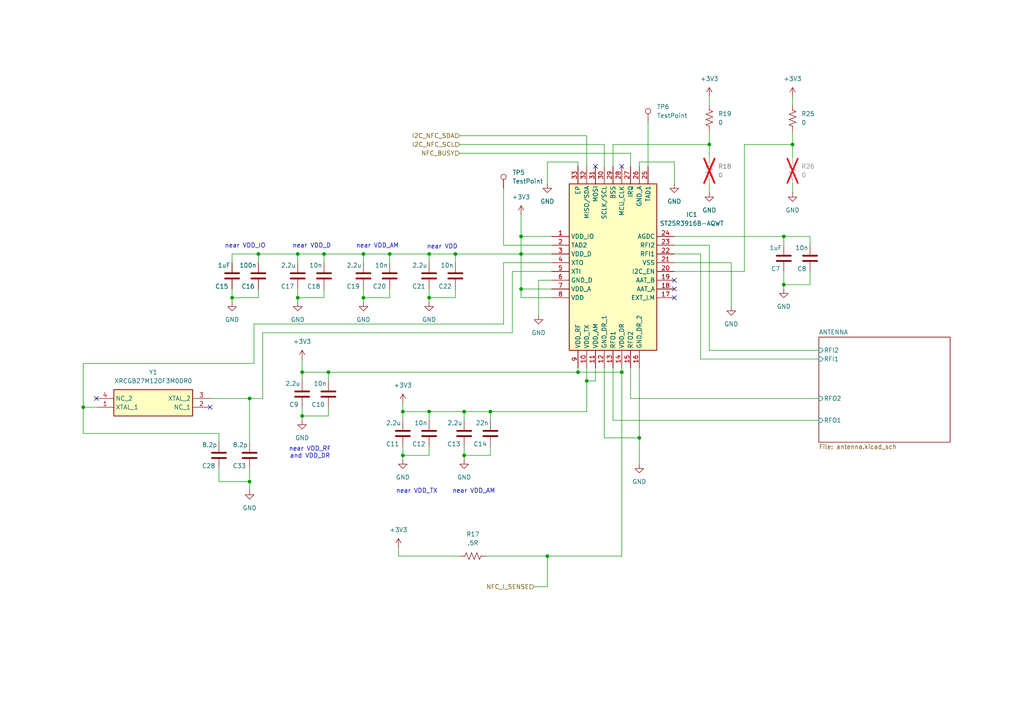
<source format=kicad_sch>
(kicad_sch (version 20231120) (generator "eeschema") (generator_version "8.0")
  (paper "A4")
  (lib_symbols
    (symbol "Connector:TestPoint" (pin_numbers hide) (pin_names (offset 0.762) hide)
      (property "Reference" "TP" (at 0 6.858 0))
      (property "Value" "TestPoint" (at 0 5.08 0))
      (symbol "TestPoint_0_1"
        (circle (center 0 3.302) (radius 0.762))
      )
      (symbol "TestPoint_1_1"
        (pin passive line (at 0 0 90) (length 2.54) (name "1") (number "1"))
      )
    )
    (symbol "Device:C" (pin_numbers hide) (pin_names (offset 0.254))
      (property "Reference" "C" (at 0.635 2.54 0))
      (property "Value" "C" (at 0.635 -2.54 0))
      (symbol "C_0_1"
        (polyline (pts (xy -2.032 -0.762) (xy 2.032 -0.762)) (stroke (width 0.508)))
        (polyline (pts (xy -2.032 0.762) (xy 2.032 0.762)) (stroke (width 0.508)))
      )
      (symbol "C_1_1"
        (pin passive line (at 0 3.81 270) (length 2.794) (name "~") (number "1"))
        (pin passive line (at 0 -3.81 90) (length 2.794) (name "~") (number "2"))
      )
    )
    (symbol "Device:R_US" (pin_numbers hide) (pin_names (offset 0))
      (property "Reference" "R" (at 2.54 0 90))
      (property "Value" "R_US" (at -2.54 0 90))
      (symbol "R_US_0_1"
        (polyline (pts (xy 0 -2.286) (xy 0 -2.54)))
        (polyline (pts (xy 0 2.286) (xy 0 2.54)))
        (polyline (pts (xy 0 -0.762) (xy 1.016 -1.143) (xy 0 -1.524) (xy -1.016 -1.905) (xy 0 -2.286)))
        (polyline (pts (xy 0 0.762) (xy 1.016 0.381) (xy 0 0) (xy -1.016 -0.381) (xy 0 -0.762)))
        (polyline (pts (xy 0 2.286) (xy 1.016 1.905) (xy 0 1.524) (xy -1.016 1.143) (xy 0 0.762)))
      )
      (symbol "R_US_1_1"
        (pin passive line (at 0 3.81 270) (length 1.27) (name "~") (number "1"))
        (pin passive line (at 0 -3.81 90) (length 1.27) (name "~") (number "2"))
      )
    )
    (symbol "SamacSys_Parts:ST25R3916B-AQWT"
      (property "Reference" "IC" (at 31.75 20.32 0))
      (property "Value" "ST25R3916B-AQWT" (at 31.75 17.78 0))
      (symbol "ST25R3916B-AQWT_1_1"
        (rectangle (start 5.08 15.24) (end 30.48 -33.02) (stroke (width 0.254)) (fill (type background)))
        (pin passive line (at 0 0 0) (length 5.08) (name "VDD_IO") (number "1"))
        (pin passive line (at 10.16 -38.1 90) (length 5.08) (name "VDD_TX") (number "10"))
        (pin passive line (at 12.7 -38.1 90) (length 5.08) (name "VDD_AM") (number "11"))
        (pin passive line (at 15.24 -38.1 90) (length 5.08) (name "GND_DR_1") (number "12"))
        (pin passive line (at 17.78 -38.1 90) (length 5.08) (name "RFO1") (number "13"))
        (pin passive line (at 20.32 -38.1 90) (length 5.08) (name "VDD_DR") (number "14"))
        (pin passive line (at 22.86 -38.1 90) (length 5.08) (name "RFO2") (number "15"))
        (pin passive line (at 25.4 -38.1 90) (length 5.08) (name "GND_DR_2") (number "16"))
        (pin passive line (at 35.56 -17.78 180) (length 5.08) (name "EXT_LM") (number "17"))
        (pin passive line (at 35.56 -15.24 180) (length 5.08) (name "AAT_A") (number "18"))
        (pin passive line (at 35.56 -12.7 180) (length 5.08) (name "AAT_B") (number "19"))
        (pin passive line (at 0 -2.54 0) (length 5.08) (name "TAD2") (number "2"))
        (pin passive line (at 35.56 -10.16 180) (length 5.08) (name "I2C_EN") (number "20"))
        (pin passive line (at 35.56 -7.62 180) (length 5.08) (name "VSS") (number "21"))
        (pin passive line (at 35.56 -5.08 180) (length 5.08) (name "RFI1") (number "22"))
        (pin passive line (at 35.56 -2.54 180) (length 5.08) (name "RFI2") (number "23"))
        (pin passive line (at 35.56 0 180) (length 5.08) (name "AGDC") (number "24"))
        (pin passive line (at 27.94 20.32 270) (length 5.08) (name "TAD1") (number "25"))
        (pin passive line (at 25.4 20.32 270) (length 5.08) (name "GND_A") (number "26"))
        (pin passive line (at 22.86 20.32 270) (length 5.08) (name "IRQ") (number "27"))
        (pin passive line (at 20.32 20.32 270) (length 5.08) (name "MCU_CLK") (number "28"))
        (pin passive line (at 17.78 20.32 270) (length 5.08) (name "BSS") (number "29"))
        (pin passive line (at 0 -5.08 0) (length 5.08) (name "VDD_D") (number "3"))
        (pin passive line (at 15.24 20.32 270) (length 5.08) (name "SCLK/SCL") (number "30"))
        (pin passive line (at 12.7 20.32 270) (length 5.08) (name "MOSI") (number "31"))
        (pin passive line (at 10.16 20.32 270) (length 5.08) (name "MISO/SDA") (number "32"))
        (pin passive line (at 7.62 20.32 270) (length 5.08) (name "EP") (number "33"))
        (pin passive line (at 0 -7.62 0) (length 5.08) (name "XTO") (number "4"))
        (pin passive line (at 0 -10.16 0) (length 5.08) (name "XTI") (number "5"))
        (pin passive line (at 0 -12.7 0) (length 5.08) (name "GND_D") (number "6"))
        (pin passive line (at 0 -15.24 0) (length 5.08) (name "VDD_A") (number "7"))
        (pin passive line (at 0 -17.78 0) (length 5.08) (name "VDD") (number "8"))
        (pin passive line (at 7.62 -38.1 90) (length 5.08) (name "VDD_RF") (number "9"))
      )
    )
    (symbol "SamacSys_Parts:XRCGB27M120F3M00R0"
      (property "Reference" "Y" (at 29.21 7.62 0))
      (property "Value" "XRCGB27M120F3M00R0" (at 29.21 5.08 0))
      (symbol "XRCGB27M120F3M00R0_1_1"
        (rectangle (start 5.08 2.54) (end 27.94 -5.08) (stroke (width 0.254)) (fill (type background)))
        (pin passive line (at 0 -2.54 0) (length 5.08) (name "XTAL_1") (number "1"))
        (pin passive line (at 33.02 -2.54 180) (length 5.08) (name "NC_1") (number "2"))
        (pin passive line (at 33.02 0 180) (length 5.08) (name "XTAL_2") (number "3"))
        (pin passive line (at 0 0 0) (length 5.08) (name "NC_2") (number "4"))
      )
    )
    (symbol "power:+3V3" (power) (pin_numbers hide) (pin_names (offset 0) hide)
      (property "Value" "+3V3" (at 0 3.556 0))
      (symbol "+3V3_0_1"
        (polyline (pts (xy -0.762 1.27) (xy 0 2.54)))
        (polyline (pts (xy 0 0) (xy 0 2.54)))
        (polyline (pts (xy 0 2.54) (xy 0.762 1.27)))
      )
      (symbol "+3V3_1_1"
        (pin power_in line (at 0 0 90) (length 0) (name "~") (number "1"))
      )
    )
    (symbol "power:GND" (power) (pin_numbers hide) (pin_names (offset 0) hide)
      (property "Value" "GND" (at 0 -3.81 0))
      (symbol "GND_0_1"
        (polyline (pts (xy 0 0) (xy 0 -1.27) (xy 1.27 -1.27) (xy 0 -2.54) (xy -1.27 -1.27) (xy 0 -1.27)))
      )
      (symbol "GND_1_1"
        (pin power_in line (at 0 0 270) (length 0) (name "~") (number "1"))
      )
    )
  )
  (junction (at 105.41 73.66))
  (junction (at 142.24 119.38))
  (junction (at 151.13 83.82))
  (junction (at 116.84 132.08))
  (junction (at 86.36 73.66))
  (junction (at 180.34 107.95))
  (junction (at 24.13 118.11))
  (junction (at 227.33 68.58))
  (junction (at 95.25 107.95))
  (junction (at 87.63 107.95))
  (junction (at 205.74 41.91))
  (junction (at 87.63 120.65))
  (junction (at 227.33 82.55))
  (junction (at 93.98 73.66))
  (junction (at 72.39 115.57))
  (junction (at 67.31 86.36))
  (junction (at 229.87 41.91))
  (junction (at 124.46 86.36))
  (junction (at 72.39 139.7))
  (junction (at 124.46 73.66))
  (junction (at 158.75 161.29))
  (junction (at 151.13 68.58))
  (junction (at 105.41 86.36))
  (junction (at 134.62 119.38))
  (junction (at 74.93 73.66))
  (junction (at 113.03 73.66))
  (junction (at 134.62 132.08))
  (junction (at 132.08 73.66))
  (junction (at 167.64 107.95))
  (junction (at 86.36 86.36))
  (junction (at 116.84 119.38))
  (junction (at 124.46 119.38))
  (junction (at 170.18 110.49))
  (junction (at 151.13 73.66))
  (junction (at 185.42 127))
  (no_connect (at 195.58 86.36))
  (no_connect (at 27.94 115.57))
  (no_connect (at 180.34 48.26))
  (no_connect (at 195.58 83.82))
  (no_connect (at 60.96 118.11))
  (no_connect (at 195.58 81.28))
  (no_connect (at 172.72 48.26))
  (wire (pts (xy 215.9 41.91) (xy 215.9 78.74)))
  (wire (pts (xy 124.46 121.92) (xy 124.46 119.38)))
  (wire (pts (xy 124.46 119.38) (xy 134.62 119.38)))
  (wire (pts (xy 116.84 129.54) (xy 116.84 132.08)))
  (wire (pts (xy 177.8 48.26) (xy 177.8 41.91)))
  (wire (pts (xy 234.95 78.74) (xy 234.95 82.55)))
  (wire (pts (xy 116.84 132.08) (xy 116.84 133.35)))
  (wire (pts (xy 95.25 118.11) (xy 95.25 120.65)))
  (wire (pts (xy 63.5 128.27) (xy 63.5 125.73)))
  (wire (pts (xy 87.63 107.95) (xy 87.63 110.49)))
  (wire (pts (xy 170.18 110.49) (xy 170.18 106.68)))
  (wire (pts (xy 205.74 53.34) (xy 205.74 55.88)))
  (wire (pts (xy 86.36 83.82) (xy 86.36 86.36)))
  (wire (pts (xy 205.74 101.6) (xy 237.49 101.6)))
  (wire (pts (xy 87.63 104.14) (xy 87.63 107.95)))
  (wire (pts (xy 170.18 39.37) (xy 170.18 48.26)))
  (wire (pts (xy 146.05 71.12) (xy 160.02 71.12)))
  (wire (pts (xy 86.36 73.66) (xy 86.36 76.2)))
  (wire (pts (xy 160.02 81.28) (xy 156.21 81.28)))
  (wire (pts (xy 175.26 41.91) (xy 175.26 48.26)))
  (wire (pts (xy 93.98 73.66) (xy 105.41 73.66)))
  (wire (pts (xy 87.63 120.65) (xy 95.25 120.65)))
  (wire (pts (xy 124.46 86.36) (xy 124.46 87.63)))
  (wire (pts (xy 205.74 41.91) (xy 205.74 45.72)))
  (wire (pts (xy 180.34 107.95) (xy 180.34 161.29)))
  (wire (pts (xy 133.35 41.91) (xy 175.26 41.91)))
  (wire (pts (xy 203.2 73.66) (xy 203.2 104.14)))
  (wire (pts (xy 132.08 73.66) (xy 132.08 76.2)))
  (wire (pts (xy 134.62 132.08) (xy 134.62 133.35)))
  (wire (pts (xy 172.72 106.68) (xy 172.72 110.49)))
  (wire (pts (xy 124.46 86.36) (xy 132.08 86.36)))
  (wire (pts (xy 86.36 86.36) (xy 86.36 87.63)))
  (wire (pts (xy 63.5 139.7) (xy 72.39 139.7)))
  (wire (pts (xy 185.42 106.68) (xy 185.42 127)))
  (wire (pts (xy 151.13 83.82) (xy 160.02 83.82)))
  (wire (pts (xy 151.13 73.66) (xy 151.13 68.58)))
  (wire (pts (xy 134.62 132.08) (xy 142.24 132.08)))
  (wire (pts (xy 93.98 76.2) (xy 93.98 73.66)))
  (wire (pts (xy 67.31 83.82) (xy 67.31 86.36)))
  (wire (pts (xy 167.64 107.95) (xy 180.34 107.95)))
  (wire (pts (xy 205.74 38.1) (xy 205.74 41.91)))
  (wire (pts (xy 227.33 82.55) (xy 227.33 83.82)))
  (wire (pts (xy 180.34 106.68) (xy 180.34 107.95)))
  (wire (pts (xy 146.05 93.98) (xy 73.66 93.98)))
  (wire (pts (xy 154.94 170.18) (xy 158.75 170.18)))
  (wire (pts (xy 151.13 73.66) (xy 151.13 83.82)))
  (wire (pts (xy 156.21 81.28) (xy 156.21 91.44)))
  (wire (pts (xy 105.41 86.36) (xy 113.03 86.36)))
  (wire (pts (xy 72.39 139.7) (xy 72.39 135.89)))
  (wire (pts (xy 142.24 119.38) (xy 170.18 119.38)))
  (wire (pts (xy 87.63 107.95) (xy 95.25 107.95)))
  (wire (pts (xy 63.5 135.89) (xy 63.5 139.7)))
  (wire (pts (xy 134.62 119.38) (xy 142.24 119.38)))
  (wire (pts (xy 158.75 46.99) (xy 158.75 53.34)))
  (wire (pts (xy 148.59 78.74) (xy 160.02 78.74)))
  (wire (pts (xy 133.35 44.45) (xy 182.88 44.45)))
  (wire (pts (xy 167.64 106.68) (xy 167.64 107.95)))
  (wire (pts (xy 113.03 76.2) (xy 113.03 73.66)))
  (wire (pts (xy 67.31 86.36) (xy 74.93 86.36)))
  (wire (pts (xy 215.9 78.74) (xy 195.58 78.74)))
  (wire (pts (xy 72.39 115.57) (xy 72.39 128.27)))
  (wire (pts (xy 76.2 115.57) (xy 76.2 96.52)))
  (wire (pts (xy 160.02 73.66) (xy 151.13 73.66)))
  (wire (pts (xy 134.62 119.38) (xy 134.62 121.92)))
  (wire (pts (xy 140.97 161.29) (xy 158.75 161.29)))
  (wire (pts (xy 105.41 73.66) (xy 113.03 73.66)))
  (wire (pts (xy 167.64 48.26) (xy 167.64 46.99)))
  (wire (pts (xy 132.08 73.66) (xy 151.13 73.66)))
  (wire (pts (xy 87.63 118.11) (xy 87.63 120.65)))
  (wire (pts (xy 170.18 110.49) (xy 172.72 110.49)))
  (wire (pts (xy 105.41 86.36) (xy 105.41 87.63)))
  (wire (pts (xy 67.31 73.66) (xy 67.31 76.2)))
  (wire (pts (xy 227.33 68.58) (xy 234.95 68.58)))
  (wire (pts (xy 67.31 73.66) (xy 74.93 73.66)))
  (wire (pts (xy 134.62 129.54) (xy 134.62 132.08)))
  (wire (pts (xy 229.87 41.91) (xy 229.87 45.72)))
  (wire (pts (xy 205.74 71.12) (xy 205.74 101.6)))
  (wire (pts (xy 105.41 73.66) (xy 105.41 76.2)))
  (wire (pts (xy 132.08 83.82) (xy 132.08 86.36)))
  (wire (pts (xy 227.33 68.58) (xy 227.33 71.12)))
  (wire (pts (xy 185.42 127) (xy 185.42 134.62)))
  (wire (pts (xy 182.88 106.68) (xy 182.88 115.57)))
  (wire (pts (xy 234.95 71.12) (xy 234.95 68.58)))
  (wire (pts (xy 73.66 105.41) (xy 24.13 105.41)))
  (wire (pts (xy 148.59 96.52) (xy 148.59 78.74)))
  (wire (pts (xy 105.41 83.82) (xy 105.41 86.36)))
  (wire (pts (xy 175.26 106.68) (xy 175.26 127)))
  (wire (pts (xy 229.87 27.94) (xy 229.87 30.48)))
  (wire (pts (xy 67.31 86.36) (xy 67.31 87.63)))
  (wire (pts (xy 124.46 129.54) (xy 124.46 132.08)))
  (wire (pts (xy 195.58 46.99) (xy 195.58 53.34)))
  (wire (pts (xy 133.35 39.37) (xy 170.18 39.37)))
  (wire (pts (xy 182.88 115.57) (xy 237.49 115.57)))
  (wire (pts (xy 195.58 73.66) (xy 203.2 73.66)))
  (wire (pts (xy 113.03 73.66) (xy 124.46 73.66)))
  (wire (pts (xy 167.64 46.99) (xy 158.75 46.99)))
  (wire (pts (xy 142.24 121.92) (xy 142.24 119.38)))
  (wire (pts (xy 227.33 78.74) (xy 227.33 82.55)))
  (wire (pts (xy 116.84 119.38) (xy 124.46 119.38)))
  (wire (pts (xy 72.39 115.57) (xy 76.2 115.57)))
  (wire (pts (xy 185.42 46.99) (xy 195.58 46.99)))
  (wire (pts (xy 24.13 125.73) (xy 24.13 118.11)))
  (wire (pts (xy 182.88 44.45) (xy 182.88 48.26)))
  (wire (pts (xy 160.02 68.58) (xy 151.13 68.58)))
  (wire (pts (xy 76.2 96.52) (xy 148.59 96.52)))
  (wire (pts (xy 115.57 158.75) (xy 115.57 161.29)))
  (wire (pts (xy 124.46 73.66) (xy 124.46 76.2)))
  (wire (pts (xy 158.75 161.29) (xy 180.34 161.29)))
  (wire (pts (xy 205.74 27.94) (xy 205.74 30.48)))
  (wire (pts (xy 175.26 127) (xy 185.42 127)))
  (wire (pts (xy 229.87 38.1) (xy 229.87 41.91)))
  (wire (pts (xy 74.93 83.82) (xy 74.93 86.36)))
  (wire (pts (xy 146.05 76.2) (xy 146.05 93.98)))
  (wire (pts (xy 86.36 86.36) (xy 93.98 86.36)))
  (wire (pts (xy 93.98 83.82) (xy 93.98 86.36)))
  (wire (pts (xy 73.66 93.98) (xy 73.66 105.41)))
  (wire (pts (xy 146.05 54.61) (xy 146.05 71.12)))
  (wire (pts (xy 87.63 120.65) (xy 87.63 121.92)))
  (wire (pts (xy 187.96 35.56) (xy 187.96 48.26)))
  (wire (pts (xy 63.5 125.73) (xy 24.13 125.73)))
  (wire (pts (xy 116.84 119.38) (xy 116.84 121.92)))
  (wire (pts (xy 158.75 170.18) (xy 158.75 161.29)))
  (wire (pts (xy 142.24 129.54) (xy 142.24 132.08)))
  (wire (pts (xy 195.58 68.58) (xy 227.33 68.58)))
  (wire (pts (xy 95.25 110.49) (xy 95.25 107.95)))
  (wire (pts (xy 177.8 106.68) (xy 177.8 121.92)))
  (wire (pts (xy 212.09 76.2) (xy 212.09 88.9)))
  (wire (pts (xy 95.25 107.95) (xy 167.64 107.95)))
  (wire (pts (xy 195.58 71.12) (xy 205.74 71.12)))
  (wire (pts (xy 227.33 82.55) (xy 234.95 82.55)))
  (wire (pts (xy 116.84 116.84) (xy 116.84 119.38)))
  (wire (pts (xy 177.8 121.92) (xy 237.49 121.92)))
  (wire (pts (xy 160.02 86.36) (xy 151.13 86.36)))
  (wire (pts (xy 24.13 118.11) (xy 27.94 118.11)))
  (wire (pts (xy 151.13 62.23) (xy 151.13 68.58)))
  (wire (pts (xy 113.03 83.82) (xy 113.03 86.36)))
  (wire (pts (xy 215.9 41.91) (xy 229.87 41.91)))
  (wire (pts (xy 151.13 86.36) (xy 151.13 83.82)))
  (wire (pts (xy 74.93 73.66) (xy 86.36 73.66)))
  (wire (pts (xy 24.13 105.41) (xy 24.13 118.11)))
  (wire (pts (xy 86.36 73.66) (xy 93.98 73.66)))
  (wire (pts (xy 170.18 119.38) (xy 170.18 110.49)))
  (wire (pts (xy 203.2 104.14) (xy 237.49 104.14)))
  (wire (pts (xy 185.42 48.26) (xy 185.42 46.99)))
  (wire (pts (xy 195.58 76.2) (xy 212.09 76.2)))
  (wire (pts (xy 160.02 76.2) (xy 146.05 76.2)))
  (wire (pts (xy 229.87 53.34) (xy 229.87 55.88)))
  (wire (pts (xy 124.46 73.66) (xy 132.08 73.66)))
  (wire (pts (xy 74.93 76.2) (xy 74.93 73.66)))
  (wire (pts (xy 60.96 115.57) (xy 72.39 115.57)))
  (wire (pts (xy 133.35 161.29) (xy 115.57 161.29)))
  (wire (pts (xy 124.46 83.82) (xy 124.46 86.36)))
  (wire (pts (xy 72.39 139.7) (xy 72.39 142.24)))
  (wire (pts (xy 177.8 41.91) (xy 205.74 41.91)))
  (wire (pts (xy 116.84 132.08) (xy 124.46 132.08)))
  (text "near VDD_RF\nand VDD_DR" (at 89.916 131.318 0) (effects (font (size 1.27 1.27))))
  (text "near VDD_AM" (at 137.414 142.494 0) (effects (font (size 1.27 1.27))))
  (text "near VDD" (at 128.27 71.628 0) (effects (font (size 1.27 1.27))))
  (text "near VDD_IO" (at 71.12 71.374 0) (effects (font (size 1.27 1.27))))
  (text "near VDD_AM" (at 109.474 71.374 0) (effects (font (size 1.27 1.27))))
  (text "near VDD_D" (at 90.424 71.374 0) (effects (font (size 1.27 1.27))))
  (text "near VDD_TX" (at 120.904 142.494 0) (effects (font (size 1.27 1.27))))
  (hierarchical_label "I2C_NFC_SCL" (shape input) (at 133.35 41.91 180))
  (hierarchical_label "NFC_BUSY" (shape input) (at 133.35 44.45 180))
  (hierarchical_label "NFC_I_SENSE" (shape input) (at 154.94 170.18 180))
  (hierarchical_label "I2C_NFC_SDA" (shape input) (at 133.35 39.37 180))
  (symbol (lib_id "Device:C") (at 93.98 80.01 180) (unit 1)
    (property "Reference" "C18" (at 92.964 83.058 0) (effects (justify left)))
    (property "Value" "10n" (at 93.472 76.962 0) (effects (justify left)))
    (property "Footprint" "Capacitor_SMD:C_0603_1608Metric_Pad1.08x0.95mm_HandSolder" (effects (hide yes)))
    (property "Datasheet" "https://www.yageo.com/upload/media/product/app/datasheet/mlcc/upy-gphc_x5r_4v-to-50v.pdf" (effects (hide yes)))
    (property "Description" "Unpolarized capacitor" (effects (hide yes)))
    (property "MANUFACTURER PART NUMBER" "CC0603KRX5R8BB105" (effects (hide yes)))
    (property "Digikey Part Number" "311-1445-2-ND" (effects (hide yes)))
  )
  (symbol (lib_id "Device:R_US") (at 229.87 34.29 180) (unit 1)
    (property "Reference" "R25" (at 232.41 33.0199 0) (effects (justify right)))
    (property "Value" "0" (at 232.41 35.5599 0) (effects (justify right)))
    (property "Footprint" "Resistor_SMD:R_0603_1608Metric_Pad0.98x0.95mm_HandSolder" (effects (hide yes)))
    (property "Datasheet" "https://www.vishay.com/docs/20035/dcrcwe3.pdf" (effects (hide yes)))
    (property "Description" "Resistor, US symbol" (effects (hide yes)))
    (property "MANUFACTURER PART NUMBER" "CRCW0603590RFKEA" (effects (hide yes)))
    (property "Digikey Part Number" "541-590HTR-ND" (effects (hide yes)))
  )
  (symbol (lib_id "Device:C") (at 113.03 80.01 180) (unit 1)
    (property "Reference" "C20" (at 112.014 83.058 0) (effects (justify left)))
    (property "Value" "10n" (at 112.522 76.962 0) (effects (justify left)))
    (property "Footprint" "Capacitor_SMD:C_0603_1608Metric_Pad1.08x0.95mm_HandSolder" (effects (hide yes)))
    (property "Datasheet" "https://www.yageo.com/upload/media/product/app/datasheet/mlcc/upy-gphc_x5r_4v-to-50v.pdf" (effects (hide yes)))
    (property "Description" "Unpolarized capacitor" (effects (hide yes)))
    (property "MANUFACTURER PART NUMBER" "CC0603KRX5R8BB105" (effects (hide yes)))
    (property "Digikey Part Number" "311-1445-2-ND" (effects (hide yes)))
  )
  (symbol (lib_id "Device:C") (at 86.36 80.01 180) (unit 1)
    (property "Reference" "C17" (at 85.344 83.058 0) (effects (justify left)))
    (property "Value" "2.2u" (at 85.852 76.962 0) (effects (justify left)))
    (property "Footprint" "Capacitor_SMD:C_0603_1608Metric_Pad1.08x0.95mm_HandSolder" (effects (hide yes)))
    (property "Datasheet" "https://www.yageo.com/upload/media/product/app/datasheet/mlcc/upy-gphc_x5r_4v-to-50v.pdf" (effects (hide yes)))
    (property "Description" "Unpolarized capacitor" (effects (hide yes)))
    (property "MANUFACTURER PART NUMBER" "CC0603KRX5R8BB105" (effects (hide yes)))
    (property "Digikey Part Number" "311-1445-2-ND" (effects (hide yes)))
  )
  (symbol (lib_id "SamacSys_Parts:ST25R3916B-AQWT") (at 160.02 68.58 0) (unit 1)
    (property "Reference" "IC1" (at 200.66 62.2614 0))
    (property "Value" "ST25R3916B-AQWT" (at 200.66 64.8014 0))
    (property "Footprint" "QFN50P500X500X100-33N-D" (effects (hide yes)))
    (property "Datasheet" "https://www.st.com/resource/en/datasheet/st25r3916b.pdf" (effects (hide yes)))
    (property "Description" "NFC/RFID Tags & Transponders NFC reader for payment, consumer and industrial" (effects (hide yes)))
    (property "Height" "1" (effects (hide yes)))
    (property "Mouser Part Number" "511-ST25R3916B-AQWT" (effects (hide yes)))
    (property "Mouser Price/Stock" "https://www.mouser.co.uk/ProductDetail/STMicroelectronics/ST25R3916B-AQWT?qs=Znm5pLBrcAK6gbJpvnT4Gw%3D%3D" (effects (hide yes)))
    (property "Manufacturer_Name" "STMicroelectronics" (effects (hide yes)))
    (property "Manufacturer_Part_Number" "ST25R3916B-AQWT" (effects (hide yes)))
  )
  (symbol (lib_id "Device:R_US") (at 205.74 34.29 180) (unit 1)
    (property "Reference" "R19" (at 208.28 33.0199 0) (effects (justify right)))
    (property "Value" "0" (at 208.28 35.5599 0) (effects (justify right)))
    (property "Footprint" "Resistor_SMD:R_0603_1608Metric_Pad0.98x0.95mm_HandSolder" (effects (hide yes)))
    (property "Datasheet" "https://www.vishay.com/docs/20035/dcrcwe3.pdf" (effects (hide yes)))
    (property "Description" "Resistor, US symbol" (effects (hide yes)))
    (property "MANUFACTURER PART NUMBER" "CRCW0603590RFKEA" (effects (hide yes)))
    (property "Digikey Part Number" "541-590HTR-ND" (effects (hide yes)))
  )
  (symbol (lib_id "Device:C") (at 134.62 125.73 180) (unit 1)
    (property "Reference" "C13" (at 133.604 128.778 0) (effects (justify left)))
    (property "Value" "2.2u" (at 134.112 122.682 0) (effects (justify left)))
    (property "Footprint" "Capacitor_SMD:C_0603_1608Metric_Pad1.08x0.95mm_HandSolder" (effects (hide yes)))
    (property "Datasheet" "https://www.yageo.com/upload/media/product/app/datasheet/mlcc/upy-gphc_x5r_4v-to-50v.pdf" (effects (hide yes)))
    (property "Description" "Unpolarized capacitor" (effects (hide yes)))
    (property "MANUFACTURER PART NUMBER" "CC0603KRX5R8BB105" (effects (hide yes)))
    (property "Digikey Part Number" "311-1445-2-ND" (effects (hide yes)))
  )
  (symbol (lib_id "Device:C") (at 124.46 80.01 180) (unit 1)
    (property "Reference" "C21" (at 123.444 83.058 0) (effects (justify left)))
    (property "Value" "2.2u" (at 123.952 76.962 0) (effects (justify left)))
    (property "Footprint" "Capacitor_SMD:C_0603_1608Metric_Pad1.08x0.95mm_HandSolder" (effects (hide yes)))
    (property "Datasheet" "https://www.yageo.com/upload/media/product/app/datasheet/mlcc/upy-gphc_x5r_4v-to-50v.pdf" (effects (hide yes)))
    (property "Description" "Unpolarized capacitor" (effects (hide yes)))
    (property "MANUFACTURER PART NUMBER" "CC0603KRX5R8BB105" (effects (hide yes)))
    (property "Digikey Part Number" "311-1445-2-ND" (effects (hide yes)))
  )
  (symbol (lib_id "power:GND") (at 105.41 87.63 0) (unit 1)
    (property "Reference" "#PWR030" (effects (hide yes)))
    (property "Value" "GND" (at 105.41 92.71 0))
    (property "Description" "Power symbol creates a global label with name \"GND\" , ground" (effects (hide yes)))
  )
  (symbol (lib_id "Device:C") (at 227.33 74.93 180) (unit 1)
    (property "Reference" "C7" (at 226.314 77.978 0) (effects (justify left)))
    (property "Value" "1uF" (at 226.822 71.882 0) (effects (justify left)))
    (property "Footprint" "Capacitor_SMD:C_0603_1608Metric_Pad1.08x0.95mm_HandSolder" (effects (hide yes)))
    (property "Datasheet" "https://www.yageo.com/upload/media/product/app/datasheet/mlcc/upy-gphc_x5r_4v-to-50v.pdf" (effects (hide yes)))
    (property "Description" "Unpolarized capacitor" (effects (hide yes)))
    (property "MANUFACTURER PART NUMBER" "CC0603KRX5R8BB105" (effects (hide yes)))
    (property "Digikey Part Number" "311-1445-2-ND" (effects (hide yes)))
  )
  (symbol (lib_id "power:GND") (at 195.58 53.34 0) (unit 1)
    (property "Reference" "#PWR022" (effects (hide yes)))
    (property "Value" "GND" (at 195.58 58.42 0))
    (property "Description" "Power symbol creates a global label with name \"GND\" , ground" (effects (hide yes)))
  )
  (symbol (lib_id "power:GND") (at 124.46 87.63 0) (unit 1)
    (property "Reference" "#PWR031" (effects (hide yes)))
    (property "Value" "GND" (at 124.46 92.71 0))
    (property "Description" "Power symbol creates a global label with name \"GND\" , ground" (effects (hide yes)))
  )
  (symbol (lib_id "Device:R_US") (at 137.16 161.29 90) (unit 1)
    (property "Reference" "R17" (at 137.16 154.94 90))
    (property "Value" ".5R" (at 137.16 157.48 90))
    (property "Footprint" "Resistor_SMD:R_0603_1608Metric_Pad0.98x0.95mm_HandSolder" (effects (hide yes)))
    (property "Datasheet" "https://www.vishay.com/docs/20035/dcrcwe3.pdf" (effects (hide yes)))
    (property "Description" "Resistor, US symbol" (effects (hide yes)))
    (property "MANUFACTURER PART NUMBER" "CRCW0603590RFKEA" (effects (hide yes)))
    (property "Digikey Part Number" "541-590HTR-ND" (effects (hide yes)))
  )
  (symbol (lib_id "Device:C") (at 124.46 125.73 180) (unit 1)
    (property "Reference" "C12" (at 123.444 128.778 0) (effects (justify left)))
    (property "Value" "10n" (at 123.952 122.682 0) (effects (justify left)))
    (property "Footprint" "Capacitor_SMD:C_0603_1608Metric_Pad1.08x0.95mm_HandSolder" (effects (hide yes)))
    (property "Datasheet" "https://www.yageo.com/upload/media/product/app/datasheet/mlcc/upy-gphc_x5r_4v-to-50v.pdf" (effects (hide yes)))
    (property "Description" "Unpolarized capacitor" (effects (hide yes)))
    (property "MANUFACTURER PART NUMBER" "CC0603KRX5R8BB105" (effects (hide yes)))
    (property "Digikey Part Number" "311-1445-2-ND" (effects (hide yes)))
  )
  (symbol (lib_id "Device:C") (at 87.63 114.3 180) (unit 1)
    (property "Reference" "C9" (at 86.614 117.348 0) (effects (justify left)))
    (property "Value" "2.2u" (at 87.122 111.252 0) (effects (justify left)))
    (property "Footprint" "Capacitor_SMD:C_0603_1608Metric_Pad1.08x0.95mm_HandSolder" (effects (hide yes)))
    (property "Datasheet" "https://www.yageo.com/upload/media/product/app/datasheet/mlcc/upy-gphc_x5r_4v-to-50v.pdf" (effects (hide yes)))
    (property "Description" "Unpolarized capacitor" (effects (hide yes)))
    (property "MANUFACTURER PART NUMBER" "CC0603KRX5R8BB105" (effects (hide yes)))
    (property "Digikey Part Number" "311-1445-2-ND" (effects (hide yes)))
  )
  (symbol (lib_id "power:GND") (at 229.87 55.88 0) (unit 1)
    (property "Reference" "#PWR036" (effects (hide yes)))
    (property "Value" "GND" (at 229.87 60.96 0))
    (property "Description" "Power symbol creates a global label with name \"GND\" , ground" (effects (hide yes)))
  )
  (symbol (lib_id "power:GND") (at 185.42 134.62 0) (unit 1)
    (property "Reference" "#PWR017" (effects (hide yes)))
    (property "Value" "GND" (at 185.42 139.7 0))
    (property "Description" "Power symbol creates a global label with name \"GND\" , ground" (effects (hide yes)))
  )
  (symbol (lib_id "Device:C") (at 105.41 80.01 180) (unit 1)
    (property "Reference" "C19" (at 104.394 83.058 0) (effects (justify left)))
    (property "Value" "2.2u" (at 104.902 76.962 0) (effects (justify left)))
    (property "Footprint" "Capacitor_SMD:C_0603_1608Metric_Pad1.08x0.95mm_HandSolder" (effects (hide yes)))
    (property "Datasheet" "https://www.yageo.com/upload/media/product/app/datasheet/mlcc/upy-gphc_x5r_4v-to-50v.pdf" (effects (hide yes)))
    (property "Description" "Unpolarized capacitor" (effects (hide yes)))
    (property "MANUFACTURER PART NUMBER" "CC0603KRX5R8BB105" (effects (hide yes)))
    (property "Digikey Part Number" "311-1445-2-ND" (effects (hide yes)))
  )
  (symbol (lib_id "power:GND") (at 72.39 142.24 0) (unit 1)
    (property "Reference" "#PWR037" (effects (hide yes)))
    (property "Value" "GND" (at 72.39 147.32 0))
    (property "Description" "Power symbol creates a global label with name \"GND\" , ground" (effects (hide yes)))
  )
  (symbol (lib_id "Connector:TestPoint") (at 146.05 54.61 0) (unit 1)
    (property "Reference" "TP5" (at 148.59 50.0379 0) (effects (justify left)))
    (property "Value" "TestPoint" (at 148.59 52.5779 0) (effects (justify left)))
    (property "Footprint" "TestPoint:TestPoint_Pad_1.0x1.0mm" (effects (hide yes)))
    (property "Description" "test point" (effects (hide yes)))
  )
  (symbol (lib_id "power:+3V3") (at 229.87 27.94 0) (unit 1)
    (property "Reference" "#PWR033" (effects (hide yes)))
    (property "Value" "+3V3" (at 229.87 22.86 0))
    (property "Description" "Power symbol creates a global label with name \"+3V3\"" (effects (hide yes)))
  )
  (symbol (lib_id "power:GND") (at 212.09 88.9 0) (unit 1)
    (property "Reference" "#PWR013" (effects (hide yes)))
    (property "Value" "GND" (at 212.09 93.98 0))
    (property "Description" "Power symbol creates a global label with name \"GND\" , ground" (effects (hide yes)))
  )
  (symbol (lib_id "power:GND") (at 87.63 121.92 0) (unit 1)
    (property "Reference" "#PWR024" (effects (hide yes)))
    (property "Value" "GND" (at 87.63 127 0))
    (property "Description" "Power symbol creates a global label with name \"GND\" , ground" (effects (hide yes)))
  )
  (symbol (lib_id "Device:C") (at 116.84 125.73 180) (unit 1)
    (property "Reference" "C11" (at 115.824 128.778 0) (effects (justify left)))
    (property "Value" "2.2u" (at 116.332 122.682 0) (effects (justify left)))
    (property "Footprint" "Capacitor_SMD:C_0603_1608Metric_Pad1.08x0.95mm_HandSolder" (effects (hide yes)))
    (property "Datasheet" "https://www.yageo.com/upload/media/product/app/datasheet/mlcc/upy-gphc_x5r_4v-to-50v.pdf" (effects (hide yes)))
    (property "Description" "Unpolarized capacitor" (effects (hide yes)))
    (property "MANUFACTURER PART NUMBER" "CC0603KRX5R8BB105" (effects (hide yes)))
    (property "Digikey Part Number" "311-1445-2-ND" (effects (hide yes)))
  )
  (symbol (lib_id "power:GND") (at 67.31 87.63 0) (unit 1)
    (property "Reference" "#PWR028" (effects (hide yes)))
    (property "Value" "GND" (at 67.31 92.71 0))
    (property "Description" "Power symbol creates a global label with name \"GND\" , ground" (effects (hide yes)))
  )
  (symbol (lib_id "power:GND") (at 156.21 91.44 0) (unit 1)
    (property "Reference" "#PWR015" (effects (hide yes)))
    (property "Value" "GND" (at 156.21 96.52 0))
    (property "Description" "Power symbol creates a global label with name \"GND\" , ground" (effects (hide yes)))
  )
  (symbol (lib_id "power:GND") (at 227.33 83.82 0) (unit 1)
    (property "Reference" "#PWR023" (effects (hide yes)))
    (property "Value" "GND" (at 227.33 88.9 0))
    (property "Description" "Power symbol creates a global label with name \"GND\" , ground" (effects (hide yes)))
  )
  (symbol (lib_id "SamacSys_Parts:XRCGB27M120F3M00R0") (at 27.94 115.57 0) (unit 1)
    (property "Reference" "Y1" (at 44.45 107.95 0))
    (property "Value" "XRCGB27M120F3M00R0" (at 44.45 110.49 0))
    (property "Footprint" "XRCGB" (effects (hide yes)))
    (property "Datasheet" "https://www.murata.com/products/productdata/8801062879262/SPEC-XRCGB27M120F3M00R0.pdf" (effects (hide yes)))
    (property "Description" "Crystals 27MHz Small package (2.0x1.6mm)" (effects (hide yes)))
    (property "Height" "0.7" (effects (hide yes)))
    (property "Mouser Part Number" "81-XRCGB27M120F3M0R0" (effects (hide yes)))
    (property "Mouser Price/Stock" "https://www.mouser.co.uk/ProductDetail/Murata-Electronics/XRCGB27M120F3M00R0?qs=e%252BE4OD6MgMfl8qhJDYq%252BAg%3D%3D" (effects (hide yes)))
    (property "Manufacturer_Name" "Murata Electronics" (effects (hide yes)))
    (property "Manufacturer_Part_Number" "XRCGB27M120F3M00R0" (effects (hide yes)))
  )
  (symbol (lib_id "Device:C") (at 142.24 125.73 180) (unit 1)
    (property "Reference" "C14" (at 141.224 128.778 0) (effects (justify left)))
    (property "Value" "22n" (at 141.732 122.682 0) (effects (justify left)))
    (property "Footprint" "Capacitor_SMD:C_0603_1608Metric_Pad1.08x0.95mm_HandSolder" (effects (hide yes)))
    (property "Datasheet" "https://www.yageo.com/upload/media/product/app/datasheet/mlcc/upy-gphc_x5r_4v-to-50v.pdf" (effects (hide yes)))
    (property "Description" "Unpolarized capacitor" (effects (hide yes)))
    (property "MANUFACTURER PART NUMBER" "CC0603KRX5R8BB105" (effects (hide yes)))
    (property "Digikey Part Number" "311-1445-2-ND" (effects (hide yes)))
  )
  (symbol (lib_id "power:+3V3") (at 205.74 27.94 0) (unit 1)
    (property "Reference" "#PWR021" (effects (hide yes)))
    (property "Value" "+3V3" (at 205.74 22.86 0))
    (property "Description" "Power symbol creates a global label with name \"+3V3\"" (effects (hide yes)))
  )
  (symbol (lib_id "Device:R_US") (at 229.87 49.53 180) (unit 1) (dnp yes)
    (property "Reference" "R26" (at 232.41 48.2599 0) (effects (justify right)))
    (property "Value" "0" (at 232.41 50.7999 0) (effects (justify right)))
    (property "Footprint" "Resistor_SMD:R_0603_1608Metric_Pad0.98x0.95mm_HandSolder" (effects (hide yes)))
    (property "Datasheet" "https://www.vishay.com/docs/20035/dcrcwe3.pdf" (effects (hide yes)))
    (property "Description" "Resistor, US symbol" (effects (hide yes)))
    (property "MANUFACTURER PART NUMBER" "CRCW0603590RFKEA" (effects (hide yes)))
    (property "Digikey Part Number" "541-590HTR-ND" (effects (hide yes)))
  )
  (symbol (lib_id "power:GND") (at 158.75 53.34 0) (unit 1)
    (property "Reference" "#PWR019" (effects (hide yes)))
    (property "Value" "GND" (at 158.75 58.42 0))
    (property "Description" "Power symbol creates a global label with name \"GND\" , ground" (effects (hide yes)))
  )
  (symbol (lib_id "Device:C") (at 72.39 132.08 180) (unit 1)
    (property "Reference" "C33" (at 71.374 135.128 0) (effects (justify left)))
    (property "Value" "8.2p" (at 71.882 129.032 0) (effects (justify left)))
    (property "Footprint" "Capacitor_SMD:C_0603_1608Metric_Pad1.08x0.95mm_HandSolder" (effects (hide yes)))
    (property "Datasheet" "https://www.yageo.com/upload/media/product/app/datasheet/mlcc/upy-gphc_x5r_4v-to-50v.pdf" (effects (hide yes)))
    (property "Description" "Unpolarized capacitor" (effects (hide yes)))
    (property "MANUFACTURER PART NUMBER" "CC0603KRX5R8BB105" (effects (hide yes)))
    (property "Digikey Part Number" "311-1445-2-ND" (effects (hide yes)))
  )
  (symbol (lib_id "power:+3V3") (at 151.13 62.23 0) (unit 1)
    (property "Reference" "#PWR014" (effects (hide yes)))
    (property "Value" "+3V3" (at 151.13 57.15 0))
    (property "Description" "Power symbol creates a global label with name \"+3V3\"" (effects (hide yes)))
  )
  (symbol (lib_id "power:GND") (at 134.62 133.35 0) (unit 1)
    (property "Reference" "#PWR027" (effects (hide yes)))
    (property "Value" "GND" (at 134.62 138.43 0))
    (property "Description" "Power symbol creates a global label with name \"GND\" , ground" (effects (hide yes)))
  )
  (symbol (lib_id "Device:C") (at 63.5 132.08 180) (unit 1)
    (property "Reference" "C28" (at 62.484 135.128 0) (effects (justify left)))
    (property "Value" "8.2p" (at 62.992 129.032 0) (effects (justify left)))
    (property "Footprint" "Capacitor_SMD:C_0603_1608Metric_Pad1.08x0.95mm_HandSolder" (effects (hide yes)))
    (property "Datasheet" "https://www.yageo.com/upload/media/product/app/datasheet/mlcc/upy-gphc_x5r_4v-to-50v.pdf" (effects (hide yes)))
    (property "Description" "Unpolarized capacitor" (effects (hide yes)))
    (property "MANUFACTURER PART NUMBER" "CC0603KRX5R8BB105" (effects (hide yes)))
    (property "Digikey Part Number" "311-1445-2-ND" (effects (hide yes)))
  )
  (symbol (lib_id "Device:C") (at 74.93 80.01 180) (unit 1)
    (property "Reference" "C16" (at 73.914 83.058 0) (effects (justify left)))
    (property "Value" "100n" (at 74.422 76.962 0) (effects (justify left)))
    (property "Footprint" "Capacitor_SMD:C_0603_1608Metric_Pad1.08x0.95mm_HandSolder" (effects (hide yes)))
    (property "Datasheet" "https://www.yageo.com/upload/media/product/app/datasheet/mlcc/upy-gphc_x5r_4v-to-50v.pdf" (effects (hide yes)))
    (property "Description" "Unpolarized capacitor" (effects (hide yes)))
    (property "MANUFACTURER PART NUMBER" "CC0603KRX5R8BB105" (effects (hide yes)))
    (property "Digikey Part Number" "311-1445-2-ND" (effects (hide yes)))
  )
  (symbol (lib_id "power:+3V3") (at 116.84 116.84 0) (unit 1)
    (property "Reference" "#PWR018" (effects (hide yes)))
    (property "Value" "+3V3" (at 116.84 111.76 0))
    (property "Description" "Power symbol creates a global label with name \"+3V3\"" (effects (hide yes)))
  )
  (symbol (lib_id "power:GND") (at 205.74 55.88 0) (unit 1)
    (property "Reference" "#PWR020" (effects (hide yes)))
    (property "Value" "GND" (at 205.74 60.96 0))
    (property "Description" "Power symbol creates a global label with name \"GND\" , ground" (effects (hide yes)))
  )
  (symbol (lib_id "Device:C") (at 132.08 80.01 180) (unit 1)
    (property "Reference" "C22" (at 131.064 83.058 0) (effects (justify left)))
    (property "Value" "10n" (at 131.572 76.962 0) (effects (justify left)))
    (property "Footprint" "Capacitor_SMD:C_0603_1608Metric_Pad1.08x0.95mm_HandSolder" (effects (hide yes)))
    (property "Datasheet" "https://www.yageo.com/upload/media/product/app/datasheet/mlcc/upy-gphc_x5r_4v-to-50v.pdf" (effects (hide yes)))
    (property "Description" "Unpolarized capacitor" (effects (hide yes)))
    (property "MANUFACTURER PART NUMBER" "CC0603KRX5R8BB105" (effects (hide yes)))
    (property "Digikey Part Number" "311-1445-2-ND" (effects (hide yes)))
  )
  (symbol (lib_id "power:GND") (at 116.84 133.35 0) (unit 1)
    (property "Reference" "#PWR026" (effects (hide yes)))
    (property "Value" "GND" (at 116.84 138.43 0))
    (property "Description" "Power symbol creates a global label with name \"GND\" , ground" (effects (hide yes)))
  )
  (symbol (lib_id "power:+3V3") (at 87.63 104.14 0) (unit 1)
    (property "Reference" "#PWR025" (effects (hide yes)))
    (property "Value" "+3V3" (at 87.63 99.06 0))
    (property "Description" "Power symbol creates a global label with name \"+3V3\"" (effects (hide yes)))
  )
  (symbol (lib_id "Connector:TestPoint") (at 187.96 35.56 0) (unit 1)
    (property "Reference" "TP6" (at 190.5 30.9879 0) (effects (justify left)))
    (property "Value" "TestPoint" (at 190.5 33.5279 0) (effects (justify left)))
    (property "Footprint" "TestPoint:TestPoint_Pad_1.0x1.0mm" (effects (hide yes)))
    (property "Description" "test point" (effects (hide yes)))
  )
  (symbol (lib_id "Device:C") (at 67.31 80.01 180) (unit 1)
    (property "Reference" "C15" (at 66.294 83.058 0) (effects (justify left)))
    (property "Value" "1uF" (at 66.802 76.962 0) (effects (justify left)))
    (property "Footprint" "Capacitor_SMD:C_0603_1608Metric_Pad1.08x0.95mm_HandSolder" (effects (hide yes)))
    (property "Datasheet" "https://www.yageo.com/upload/media/product/app/datasheet/mlcc/upy-gphc_x5r_4v-to-50v.pdf" (effects (hide yes)))
    (property "Description" "Unpolarized capacitor" (effects (hide yes)))
    (property "MANUFACTURER PART NUMBER" "CC0603KRX5R8BB105" (effects (hide yes)))
    (property "Digikey Part Number" "311-1445-2-ND" (effects (hide yes)))
  )
  (symbol (lib_id "power:+3V3") (at 115.57 158.75 0) (unit 1)
    (property "Reference" "#PWR016" (effects (hide yes)))
    (property "Value" "+3V3" (at 115.57 153.67 0))
    (property "Description" "Power symbol creates a global label with name \"+3V3\"" (effects (hide yes)))
  )
  (symbol (lib_id "Device:R_US") (at 205.74 49.53 180) (unit 1) (dnp yes)
    (property "Reference" "R18" (at 208.28 48.2599 0) (effects (justify right)))
    (property "Value" "0" (at 208.28 50.7999 0) (effects (justify right)))
    (property "Footprint" "Resistor_SMD:R_0603_1608Metric_Pad0.98x0.95mm_HandSolder" (effects (hide yes)))
    (property "Datasheet" "https://www.vishay.com/docs/20035/dcrcwe3.pdf" (effects (hide yes)))
    (property "Description" "Resistor, US symbol" (effects (hide yes)))
    (property "MANUFACTURER PART NUMBER" "CRCW0603590RFKEA" (effects (hide yes)))
    (property "Digikey Part Number" "541-590HTR-ND" (effects (hide yes)))
  )
  (symbol (lib_id "Device:C") (at 234.95 74.93 180) (unit 1)
    (property "Reference" "C8" (at 233.934 77.978 0) (effects (justify left)))
    (property "Value" "10n" (at 234.442 71.882 0) (effects (justify left)))
    (property "Footprint" "Capacitor_SMD:C_0603_1608Metric_Pad1.08x0.95mm_HandSolder" (effects (hide yes)))
    (property "Datasheet" "https://www.yageo.com/upload/media/product/app/datasheet/mlcc/upy-gphc_x5r_4v-to-50v.pdf" (effects (hide yes)))
    (property "Description" "Unpolarized capacitor" (effects (hide yes)))
    (property "MANUFACTURER PART NUMBER" "CC0603KRX5R8BB105" (effects (hide yes)))
    (property "Digikey Part Number" "311-1445-2-ND" (effects (hide yes)))
  )
  (symbol (lib_id "power:GND") (at 86.36 87.63 0) (unit 1)
    (property "Reference" "#PWR029" (effects (hide yes)))
    (property "Value" "GND" (at 86.36 92.71 0))
    (property "Description" "Power symbol creates a global label with name \"GND\" , ground" (effects (hide yes)))
  )
  (symbol (lib_id "Device:C") (at 95.25 114.3 180) (unit 1)
    (property "Reference" "C10" (at 94.234 117.348 0) (effects (justify left)))
    (property "Value" "10n" (at 94.742 111.252 0) (effects (justify left)))
    (property "Footprint" "Capacitor_SMD:C_0603_1608Metric_Pad1.08x0.95mm_HandSolder" (effects (hide yes)))
    (property "Datasheet" "https://www.yageo.com/upload/media/product/app/datasheet/mlcc/upy-gphc_x5r_4v-to-50v.pdf" (effects (hide yes)))
    (property "Description" "Unpolarized capacitor" (effects (hide yes)))
    (property "MANUFACTURER PART NUMBER" "CC0603KRX5R8BB105" (effects (hide yes)))
    (property "Digikey Part Number" "311-1445-2-ND" (effects (hide yes)))
  )
  (sheet (at 237.49 97.79) (size 38.1 30.48) (stroke (width 0.1524))
    (property "Sheetname" "ANTENNA" (at 237.49 97.0784 0) (effects (justify left bottom)))
    (property "Sheetfile" "antenna.kicad_sch" (at 237.49 128.8546 0) (effects (justify left top)))
    (pin "RFI1" input (at 237.49 104.14 180))
    (pin "RFO1" input (at 237.49 121.92 180))
    (pin "RFO2" input (at 237.49 115.57 180))
    (pin "RFI2" input (at 237.49 101.6 180))
  )
)
</source>
